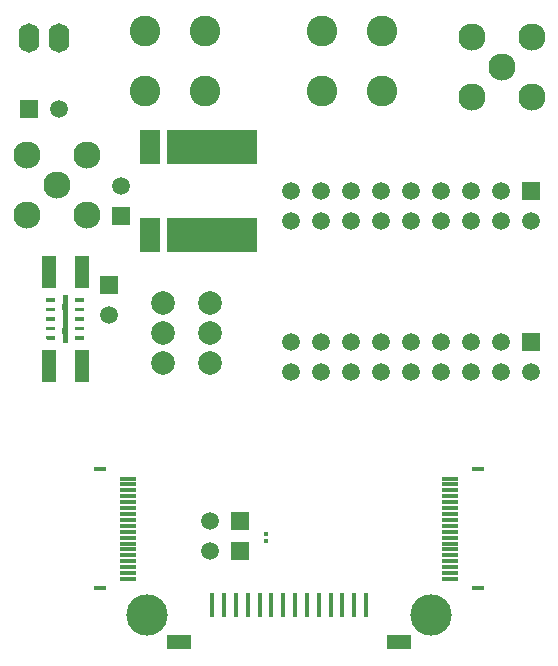
<source format=gts>
G04*
G04 #@! TF.GenerationSoftware,Altium Limited,Altium Designer,25.0.2 (28)*
G04*
G04 Layer_Color=8388736*
%FSLAX44Y44*%
%MOMM*%
G71*
G04*
G04 #@! TF.SameCoordinates,9294F1C2-9D63-464E-A418-A043A43F256C*
G04*
G04*
G04 #@! TF.FilePolarity,Negative*
G04*
G01*
G75*
%ADD14R,1.3000X2.7000*%
%ADD15R,1.6800X2.9500*%
%ADD16R,7.6200X2.9500*%
%ADD17R,1.4000X0.3000*%
%ADD18R,1.0000X0.3000*%
%ADD19R,0.3500X0.3500*%
%ADD20R,0.4000X2.0000*%
%ADD21R,2.0000X1.3000*%
%ADD22C,3.5000*%
%ADD23C,2.6000*%
%ADD24C,2.3000*%
%ADD25C,1.5200*%
%ADD26R,1.5200X1.5200*%
%ADD27C,2.0000*%
%ADD28R,1.5200X1.5200*%
%ADD29O,1.7500X2.5000*%
%ADD30C,0.6000*%
G36*
X92783Y309424D02*
X92924Y309283D01*
X93000Y309099D01*
Y309000D01*
Y307000D01*
Y306901D01*
X92924Y306717D01*
X92783Y306576D01*
X92599Y306500D01*
X85900D01*
X85717Y306576D01*
X85576Y306717D01*
X85500Y306901D01*
Y307000D01*
Y309000D01*
Y309099D01*
X85576Y309283D01*
X85717Y309424D01*
X85900Y309500D01*
X92599D01*
X92783Y309424D01*
D02*
G37*
G36*
X68283D02*
X68424Y309283D01*
X68500Y309099D01*
Y309000D01*
Y307000D01*
Y306901D01*
X68424Y306717D01*
X68283Y306576D01*
X68099Y306500D01*
X61400D01*
X61217Y306576D01*
X61076Y306717D01*
X61000Y306901D01*
Y307000D01*
Y309000D01*
Y309099D01*
X61076Y309283D01*
X61217Y309424D01*
X61400Y309500D01*
X68099D01*
X68283Y309424D01*
D02*
G37*
G36*
X92783Y301424D02*
X92924Y301283D01*
X93000Y301099D01*
Y301000D01*
Y299000D01*
Y298901D01*
X92924Y298717D01*
X92783Y298576D01*
X92599Y298500D01*
X85900D01*
X85717Y298576D01*
X85576Y298717D01*
X85500Y298901D01*
Y299000D01*
Y301000D01*
Y301099D01*
X85576Y301283D01*
X85717Y301424D01*
X85900Y301500D01*
X92599D01*
X92783Y301424D01*
D02*
G37*
G36*
X68283D02*
X68424Y301283D01*
X68500Y301099D01*
Y301000D01*
Y299000D01*
Y298901D01*
X68424Y298717D01*
X68283Y298576D01*
X68099Y298500D01*
X61400D01*
X61217Y298576D01*
X61076Y298717D01*
X61000Y298901D01*
Y299000D01*
Y301000D01*
Y301099D01*
X61076Y301283D01*
X61217Y301424D01*
X61400Y301500D01*
X68099D01*
X68283Y301424D01*
D02*
G37*
G36*
X92783Y293424D02*
X92924Y293283D01*
X93000Y293099D01*
Y293000D01*
Y291000D01*
Y290900D01*
X92924Y290717D01*
X92783Y290576D01*
X92599Y290500D01*
X85900D01*
X85717Y290576D01*
X85576Y290717D01*
X85500Y290900D01*
Y291000D01*
Y293000D01*
Y293099D01*
X85576Y293283D01*
X85717Y293424D01*
X85900Y293500D01*
X92599D01*
X92783Y293424D01*
D02*
G37*
G36*
X68283D02*
X68424Y293283D01*
X68500Y293099D01*
Y293000D01*
Y291000D01*
Y290900D01*
X68424Y290717D01*
X68283Y290576D01*
X68099Y290500D01*
X61400D01*
X61217Y290576D01*
X61076Y290717D01*
X61000Y290900D01*
Y291000D01*
Y293000D01*
Y293099D01*
X61076Y293283D01*
X61217Y293424D01*
X61400Y293500D01*
X68099D01*
X68283Y293424D01*
D02*
G37*
G36*
X92783Y285424D02*
X92924Y285283D01*
X93000Y285099D01*
Y285000D01*
Y283000D01*
Y282901D01*
X92924Y282717D01*
X92783Y282576D01*
X92599Y282500D01*
X85900D01*
X85717Y282576D01*
X85576Y282717D01*
X85500Y282901D01*
Y283000D01*
Y285000D01*
Y285099D01*
X85576Y285283D01*
X85717Y285424D01*
X85900Y285500D01*
X92599D01*
X92783Y285424D01*
D02*
G37*
G36*
X68283D02*
X68424Y285283D01*
X68500Y285099D01*
Y285000D01*
Y283000D01*
Y282901D01*
X68424Y282717D01*
X68283Y282576D01*
X68099Y282500D01*
X61400D01*
X61217Y282576D01*
X61076Y282717D01*
X61000Y282901D01*
Y283000D01*
Y285000D01*
Y285099D01*
X61076Y285283D01*
X61217Y285424D01*
X61400Y285500D01*
X68099D01*
X68283Y285424D01*
D02*
G37*
G36*
X92783Y277424D02*
X92924Y277283D01*
X93000Y277099D01*
Y277000D01*
Y275000D01*
Y274900D01*
X92924Y274717D01*
X92783Y274576D01*
X92599Y274500D01*
X85900D01*
X85717Y274576D01*
X85576Y274717D01*
X85500Y274900D01*
Y275000D01*
Y277000D01*
Y277099D01*
X85576Y277283D01*
X85717Y277424D01*
X85900Y277500D01*
X92599D01*
X92783Y277424D01*
D02*
G37*
G36*
X68283D02*
X68424Y277283D01*
X68500Y277099D01*
Y277000D01*
Y275000D01*
Y274900D01*
X68424Y274717D01*
X68283Y274576D01*
X68099Y274500D01*
X61400D01*
X61217Y274576D01*
X61076Y274717D01*
X61000Y274900D01*
Y275000D01*
Y277000D01*
Y277099D01*
X61076Y277283D01*
X61217Y277424D01*
X61400Y277500D01*
X68099D01*
X68283Y277424D01*
D02*
G37*
G36*
X78783Y312424D02*
X78924Y312283D01*
X79000Y312099D01*
Y312000D01*
Y272000D01*
Y271901D01*
X78924Y271717D01*
X78783Y271576D01*
X78599Y271500D01*
X78500D01*
Y271500D01*
X75500Y271500D01*
X75401D01*
X75217Y271576D01*
X75076Y271717D01*
X75000Y271901D01*
Y272000D01*
Y312000D01*
Y312099D01*
X75076Y312283D01*
X75217Y312424D01*
X75401Y312500D01*
X78599D01*
X78783Y312424D01*
D02*
G37*
D14*
X63000Y332000D02*
D03*
X91000D02*
D03*
X63000Y252000D02*
D03*
X91000D02*
D03*
D15*
X148850Y362650D02*
D03*
Y437350D02*
D03*
D16*
X201450Y362650D02*
D03*
Y437350D02*
D03*
D17*
X130170Y76754D02*
D03*
Y91754D02*
D03*
Y86754D02*
D03*
Y81754D02*
D03*
Y71754D02*
D03*
Y156754D02*
D03*
Y151754D02*
D03*
Y146754D02*
D03*
Y141754D02*
D03*
Y136754D02*
D03*
Y131754D02*
D03*
Y126754D02*
D03*
Y121754D02*
D03*
Y116754D02*
D03*
Y111754D02*
D03*
Y106754D02*
D03*
Y101754D02*
D03*
Y96754D02*
D03*
X403234Y131752D02*
D03*
Y126752D02*
D03*
Y121752D02*
D03*
Y116752D02*
D03*
Y111752D02*
D03*
Y106752D02*
D03*
Y101752D02*
D03*
Y96752D02*
D03*
Y91752D02*
D03*
Y86752D02*
D03*
Y81752D02*
D03*
Y76752D02*
D03*
Y71752D02*
D03*
Y156752D02*
D03*
Y146752D02*
D03*
Y141752D02*
D03*
Y136752D02*
D03*
Y151752D02*
D03*
D18*
X106670Y164654D02*
D03*
Y63854D02*
D03*
X426735Y164652D02*
D03*
Y63852D02*
D03*
D19*
X247000Y104250D02*
D03*
Y109750D02*
D03*
D20*
X311701Y50000D02*
D03*
X301701D02*
D03*
X291701D02*
D03*
X281701D02*
D03*
X271701D02*
D03*
X261701D02*
D03*
X251701D02*
D03*
X241701D02*
D03*
X231701D02*
D03*
X221701D02*
D03*
X211701D02*
D03*
X201701D02*
D03*
X331701D02*
D03*
X321701D02*
D03*
D21*
X173701Y18000D02*
D03*
X359701D02*
D03*
D22*
X146402Y41000D02*
D03*
X387000D02*
D03*
D23*
X195400Y484600D02*
D03*
Y535400D02*
D03*
X144600D02*
D03*
Y484600D02*
D03*
X345400D02*
D03*
Y535400D02*
D03*
X294600D02*
D03*
Y484600D02*
D03*
D24*
X44600Y430400D02*
D03*
X95400D02*
D03*
Y379600D02*
D03*
X44600D02*
D03*
X70000Y405000D02*
D03*
X446450Y505500D02*
D03*
X421050Y480100D02*
D03*
X471850D02*
D03*
Y530900D02*
D03*
X421050D02*
D03*
D25*
X71400Y470000D02*
D03*
X471600Y247300D02*
D03*
X446200Y272700D02*
D03*
X420800D02*
D03*
X395400D02*
D03*
X370000D02*
D03*
X344600D02*
D03*
X319200D02*
D03*
X293800D02*
D03*
X446200Y247300D02*
D03*
X420800D02*
D03*
X395400D02*
D03*
X370000D02*
D03*
X344600D02*
D03*
X319200D02*
D03*
X293800D02*
D03*
X268400Y272700D02*
D03*
Y247300D02*
D03*
X471800Y374600D02*
D03*
X446400Y400000D02*
D03*
X421000D02*
D03*
X395600D02*
D03*
X370200D02*
D03*
X344800D02*
D03*
X319400D02*
D03*
X294000D02*
D03*
X446400Y374600D02*
D03*
X421000D02*
D03*
X395600D02*
D03*
X370200D02*
D03*
X344800D02*
D03*
X319400D02*
D03*
X294000D02*
D03*
X268600Y400000D02*
D03*
Y374600D02*
D03*
X113870Y295500D02*
D03*
X200000Y120800D02*
D03*
Y95400D02*
D03*
X124000Y404700D02*
D03*
D26*
X46000Y470000D02*
D03*
X225400Y120800D02*
D03*
Y95400D02*
D03*
D27*
X200000Y280000D02*
D03*
Y305400D02*
D03*
Y254600D02*
D03*
X160000Y280000D02*
D03*
Y305400D02*
D03*
Y254600D02*
D03*
D28*
X471600Y272700D02*
D03*
X471800Y400000D02*
D03*
X113870Y320900D02*
D03*
X124000Y379300D02*
D03*
D29*
X71400Y530000D02*
D03*
X46000D02*
D03*
D30*
X77000Y302000D02*
D03*
Y282000D02*
D03*
M02*

</source>
